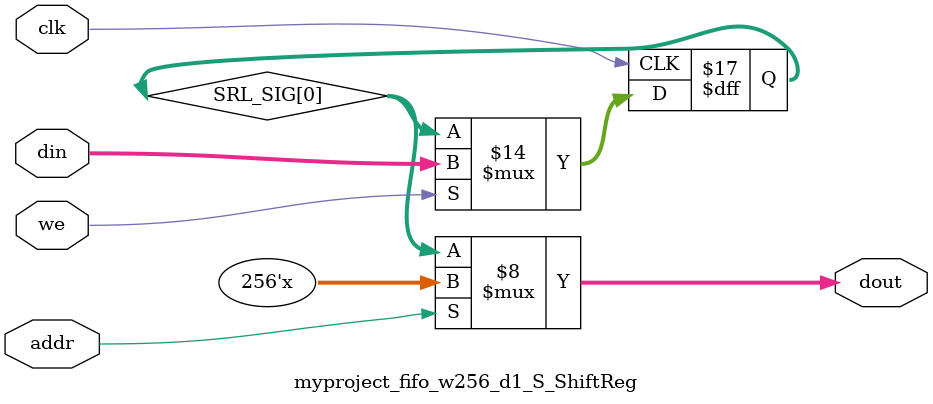
<source format=v>

`timescale 1 ns / 1 ps

module myproject_fifo_w256_d1_S
#(parameter
    MEM_STYLE   = "shiftReg",
    DATA_WIDTH  = 256,
    ADDR_WIDTH  = 1,
    DEPTH       = 1)
(
    // system signal
    input  wire                  clk,
    input  wire                  reset,

    // write
    output wire                  if_full_n,
    input  wire                  if_write_ce,
    input  wire                  if_write,
    input  wire [DATA_WIDTH-1:0] if_din,
    
    // read 
    output wire [ADDR_WIDTH:0]   if_num_data_valid, // for FRP
    output wire [ADDR_WIDTH:0]   if_fifo_cap,       // for FRP
    output wire                  if_empty_n,
    input  wire                  if_read_ce,
    input  wire                  if_read,
    output wire [DATA_WIDTH-1:0] if_dout
);
//------------------------Parameter----------------------

//------------------------Local signal-------------------
wire [ADDR_WIDTH-1:0] addr;
wire                  push;
wire                  pop;
reg signed [ADDR_WIDTH:0]   mOutPtr;
reg                   empty_n = 1'b0;
reg                   full_n  = 1'b1;
// with almost full?  no 
//------------------------Instantiation------------------
myproject_fifo_w256_d1_S_ShiftReg 
#(  .DATA_WIDTH (DATA_WIDTH),
    .ADDR_WIDTH (ADDR_WIDTH),
    .DEPTH      (DEPTH))
U_myproject_fifo_w256_d1_S_ShiftReg (
    .clk        (clk),
    .we         (push),
    .addr       (addr),
    .din        (if_din),
    .dout       (if_dout)
);
//------------------------Task and function--------------

//------------------------Body---------------------------
// has num_data_valid ? 
assign if_num_data_valid = mOutPtr + 1'b1; // yes
assign if_fifo_cap = DEPTH; // yes 

// has almost full ? 
assign if_full_n  = full_n; //no 
assign if_empty_n = empty_n;

assign push = (if_write & if_write_ce) & full_n;
assign pop  = (if_read & if_read_ce) & empty_n;
assign addr = mOutPtr[ADDR_WIDTH] == 1'b0 ? mOutPtr[ADDR_WIDTH-1:0]:{ADDR_WIDTH{1'b0}};

// full_n
always @(posedge clk ) begin
    if (reset == 1'b1)
        full_n <= 1'b1;
    else if (push & ~pop) begin
        if (mOutPtr == DEPTH - 2)
            full_n <= 1'b0;
    end
    else if (~push & pop)
        full_n <= 1'b1;
end

// almost_full_n 

// empty_n
always @(posedge clk ) begin
    if (reset == 1'b1)
        empty_n <= 1'b0;
    else if (push & ~pop)
        empty_n <= 1'b1;
    else if (~push & pop) begin
        if (mOutPtr == 0)
            empty_n <= 1'b0;
    end
end

// mOutPtr
always @(posedge clk ) begin
    if (reset == 1'b1)
        mOutPtr <= {ADDR_WIDTH+1{1'b1}};
    else if (push & ~pop)
        mOutPtr <= mOutPtr + 1'b1;
    else if (~push & pop)
        mOutPtr <= mOutPtr - 1'b1;
end

endmodule  


module myproject_fifo_w256_d1_S_ShiftReg
#(parameter
    DATA_WIDTH  = 256,
    ADDR_WIDTH  = 1,
    DEPTH       = 1)
(
    input  wire                  clk,
    input  wire                  we,
    input  wire [ADDR_WIDTH-1:0] addr,
    input  wire [DATA_WIDTH-1:0] din,
    output wire [DATA_WIDTH-1:0] dout
);

reg [DATA_WIDTH-1:0] SRL_SIG [0:DEPTH-1];
integer i;

always @ (posedge clk) begin
    if (we) begin
        for (i=0; i<DEPTH-1; i=i+1)
            SRL_SIG[i+1] <= SRL_SIG[i];
        SRL_SIG[0] <= din;
    end
end

assign dout = SRL_SIG[addr];

endmodule

</source>
